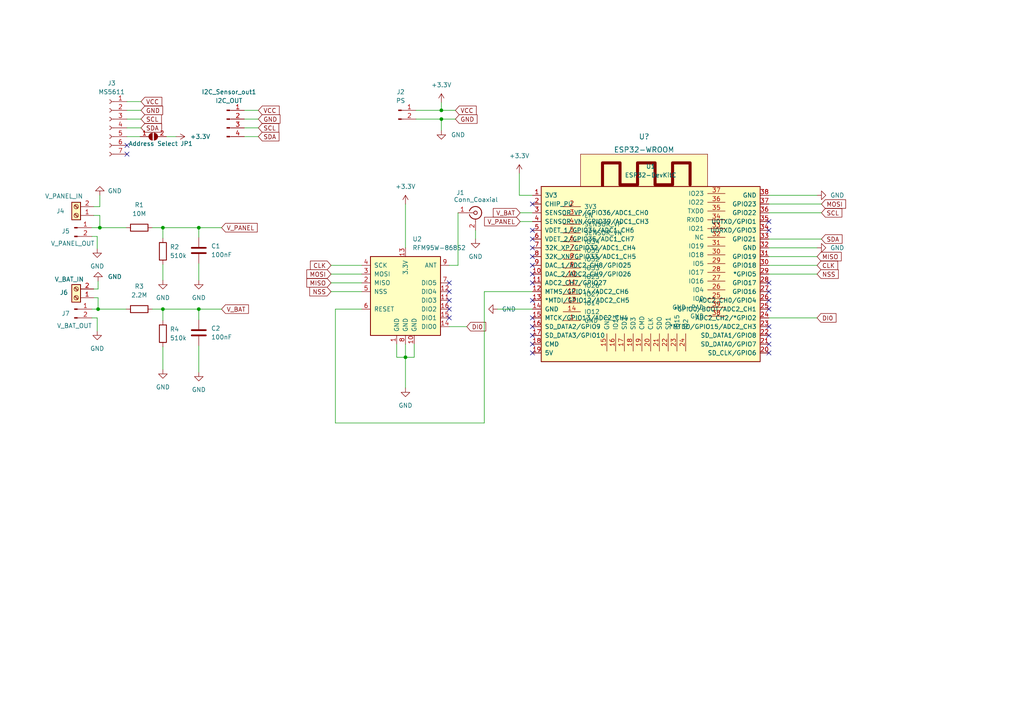
<source format=kicad_sch>
(kicad_sch (version 20211123) (generator eeschema)
  (paper "A4")
  (title_block (title "Ambiente Sensor") (date "2023-03-08") (rev "1.0"))
  (lib_symbols
    (symbol "Connector:Conn_01x02_Male" (pin_names (offset 1.016) hide)
      (property "Reference" "J" (at 0 2.54 0))
      (property "Value" "Conn_01x02_Male" (at 0 -5.08 0))
      (symbol "Conn_01x02_Male_1_1"
        (polyline (pts (xy 1.27 -2.54) (xy 0.8636 -2.54)) (stroke (width 0.1524)))
        (polyline (pts (xy 1.27 0) (xy 0.8636 0)) (stroke (width 0.1524)))
        (rectangle (start 0.8636 -2.413) (end 0 -2.667) (stroke (width 0.1524)) (fill (type outline)))
        (rectangle (start 0.8636 0.127) (end 0 -0.127) (stroke (width 0.1524)) (fill (type outline)))
        (pin passive line (at 5.08 0 180) (length 3.81) (name "Pin_1") (number "1"))
        (pin passive line (at 5.08 -2.54 180) (length 3.81) (name "Pin_2") (number "2"))
      )
    )
    (symbol "Connector:Conn_01x04_Male" (pin_names (offset 1.016) hide)
      (property "Reference" "J" (at 0 5.08 0))
      (property "Value" "Conn_01x04_Male" (at 0 -7.62 0))
      (symbol "Conn_01x04_Male_1_1"
        (polyline (pts (xy 1.27 -5.08) (xy 0.8636 -5.08)) (stroke (width 0.1524)))
        (polyline (pts (xy 1.27 -2.54) (xy 0.8636 -2.54)) (stroke (width 0.1524)))
        (polyline (pts (xy 1.27 0) (xy 0.8636 0)) (stroke (width 0.1524)))
        (polyline (pts (xy 1.27 2.54) (xy 0.8636 2.54)) (stroke (width 0.1524)))
        (rectangle (start 0.8636 -4.953) (end 0 -5.207) (stroke (width 0.1524)) (fill (type outline)))
        (rectangle (start 0.8636 -2.413) (end 0 -2.667) (stroke (width 0.1524)) (fill (type outline)))
        (rectangle (start 0.8636 0.127) (end 0 -0.127) (stroke (width 0.1524)) (fill (type outline)))
        (rectangle (start 0.8636 2.667) (end 0 2.413) (stroke (width 0.1524)) (fill (type outline)))
        (pin passive line (at 5.08 2.54 180) (length 3.81) (name "Pin_1") (number "1"))
        (pin passive line (at 5.08 0 180) (length 3.81) (name "Pin_2") (number "2"))
        (pin passive line (at 5.08 -2.54 180) (length 3.81) (name "Pin_3") (number "3"))
        (pin passive line (at 5.08 -5.08 180) (length 3.81) (name "Pin_4") (number "4"))
      )
    )
    (symbol "Connector:Conn_01x07_Female" (pin_names (offset 1.016) hide)
      (property "Reference" "J" (at 0 10.16 0))
      (property "Value" "Conn_01x07_Female" (at 0 -10.16 0))
      (symbol "Conn_01x07_Female_1_1"
        (arc (start 0 -7.112) (mid -0.508 -7.62) (end 0 -8.128) (stroke (width 0.1524)))
        (arc (start 0 -4.572) (mid -0.508 -5.08) (end 0 -5.588) (stroke (width 0.1524)))
        (arc (start 0 -2.032) (mid -0.508 -2.54) (end 0 -3.048) (stroke (width 0.1524)))
        (polyline (pts (xy -1.27 -7.62) (xy -0.508 -7.62)) (stroke (width 0.1524)))
        (polyline (pts (xy -1.27 -5.08) (xy -0.508 -5.08)) (stroke (width 0.1524)))
        (polyline (pts (xy -1.27 -2.54) (xy -0.508 -2.54)) (stroke (width 0.1524)))
        (polyline (pts (xy -1.27 0) (xy -0.508 0)) (stroke (width 0.1524)))
        (polyline (pts (xy -1.27 2.54) (xy -0.508 2.54)) (stroke (width 0.1524)))
        (polyline (pts (xy -1.27 5.08) (xy -0.508 5.08)) (stroke (width 0.1524)))
        (polyline (pts (xy -1.27 7.62) (xy -0.508 7.62)) (stroke (width 0.1524)))
        (arc (start 0 0.508) (mid -0.508 0) (end 0 -0.508) (stroke (width 0.1524)))
        (arc (start 0 3.048) (mid -0.508 2.54) (end 0 2.032) (stroke (width 0.1524)))
        (arc (start 0 5.588) (mid -0.508 5.08) (end 0 4.572) (stroke (width 0.1524)))
        (arc (start 0 8.128) (mid -0.508 7.62) (end 0 7.112) (stroke (width 0.1524)))
        (pin passive line (at -5.08 7.62 0) (length 3.81) (name "Pin_1") (number "1"))
        (pin passive line (at -5.08 5.08 0) (length 3.81) (name "Pin_2") (number "2"))
        (pin passive line (at -5.08 2.54 0) (length 3.81) (name "Pin_3") (number "3"))
        (pin passive line (at -5.08 0 0) (length 3.81) (name "Pin_4") (number "4"))
        (pin passive line (at -5.08 -2.54 0) (length 3.81) (name "Pin_5") (number "5"))
        (pin passive line (at -5.08 -5.08 0) (length 3.81) (name "Pin_6") (number "6"))
        (pin passive line (at -5.08 -7.62 0) (length 3.81) (name "Pin_7") (number "7"))
      )
    )
    (symbol "Connector:Conn_Coaxial" (pin_names (offset 1.016) hide)
      (property "Reference" "J" (at 0.254 3.048 0))
      (property "Value" "Conn_Coaxial" (at 2.921 0 90))
      (symbol "Conn_Coaxial_0_1"
        (arc (start -1.778 -0.508) (mid 0.222 -1.808) (end 1.778 0) (stroke (width 0.254)))
        (polyline (pts (xy -2.54 0) (xy -0.508 0)))
        (polyline (pts (xy 0 -2.54) (xy 0 -1.778)))
        (circle (center 0 0) (radius 0.508) (stroke (width 0.2032)))
        (arc (start 1.778 0) (mid 0.222 1.8083) (end -1.778 0.508) (stroke (width 0.254)))
      )
      (symbol "Conn_Coaxial_1_1"
        (pin passive line (at -5.08 0 0) (length 2.54) (name "In") (number "1"))
        (pin passive line (at 0 -5.08 90) (length 2.54) (name "Ext") (number "2"))
      )
    )
    (symbol "Connector:Screw_Terminal_01x02" (pin_names (offset 1.016) hide)
      (property "Reference" "J" (at 0 2.54 0))
      (property "Value" "Screw_Terminal_01x02" (at 0 -5.08 0))
      (symbol "Screw_Terminal_01x02_1_1"
        (rectangle (start -1.27 1.27) (end 1.27 -3.81) (stroke (width 0.254)) (fill (type background)))
        (circle (center 0 -2.54) (radius 0.635) (stroke (width 0.1524)))
        (polyline (pts (xy -0.5334 -2.2098) (xy 0.3302 -3.048)) (stroke (width 0.1524)))
        (polyline (pts (xy -0.5334 0.3302) (xy 0.3302 -0.508)) (stroke (width 0.1524)))
        (polyline (pts (xy -0.3556 -2.032) (xy 0.508 -2.8702)) (stroke (width 0.1524)))
        (polyline (pts (xy -0.3556 0.508) (xy 0.508 -0.3302)) (stroke (width 0.1524)))
        (circle (center 0 0) (radius 0.635) (stroke (width 0.1524)))
        (pin passive line (at -5.08 0 0) (length 3.81) (name "Pin_1") (number "1"))
        (pin passive line (at -5.08 -2.54 0) (length 3.81) (name "Pin_2") (number "2"))
      )
    )
    (symbol "Device:C" (pin_numbers hide) (pin_names (offset 0.254))
      (property "Reference" "C" (at 0.635 2.54 0))
      (property "Value" "C" (at 0.635 -2.54 0))
      (symbol "C_0_1"
        (polyline (pts (xy -2.032 -0.762) (xy 2.032 -0.762)) (stroke (width 0.508)))
        (polyline (pts (xy -2.032 0.762) (xy 2.032 0.762)) (stroke (width 0.508)))
      )
      (symbol "C_1_1"
        (pin passive line (at 0 3.81 270) (length 2.794) (name "~") (number "1"))
        (pin passive line (at 0 -3.81 90) (length 2.794) (name "~") (number "2"))
      )
    )
    (symbol "Device:R" (pin_numbers hide) (pin_names (offset 0))
      (property "Reference" "R" (at 2.032 0 90))
      (property "Value" "R" (at 0 0 90))
      (symbol "R_0_1"
        (rectangle (start -1.016 -2.54) (end 1.016 2.54) (stroke (width 0.254)))
      )
      (symbol "R_1_1"
        (pin passive line (at 0 3.81 270) (length 1.27) (name "~") (number "1"))
        (pin passive line (at 0 -3.81 90) (length 1.27) (name "~") (number "2"))
      )
    )
    (symbol "ESP32-footprints-Shem-Lib:ESP32-WROOM" (pin_names (offset 1.016))
      (property "Reference" "U" (at -17.78 31.75 0))
      (property "Value" "ESP32-WROOM" (at 12.7 31.75 0))
      (symbol "ESP32-WROOM_0_1"
        (rectangle (start -19.05 30.48) (end 17.78 -21.59) (fill (type background)))
        (polyline (pts (xy -12.7 16.51) (xy -12.7 27.94) (xy -7.62 27.94) (xy -7.62 21.59) (xy -2.54 21.59) (xy -2.54 27.94) (xy 2.54 27.94) (xy 2.54 21.59) (xy 7.62 21.59) (xy 7.62 27.94) (xy 12.7 27.94) (xy 12.7 21.59)) (stroke (width 0.889)))
      )
      (symbol "ESP32-WROOM_1_1"
        (pin input line (at -24.13 -17.78 0) (length 5.08) (name "GND") (number "1"))
        (pin input line (at -24.13 -5.08 0) (length 5.08) (name "IO25") (number "10"))
        (pin input line (at -24.13 -7.62 0) (length 5.08) (name "IO26") (number "11"))
        (pin input line (at -24.13 -10.16 0) (length 5.08) (name "IO27") (number "12"))
        (pin input line (at -24.13 -12.7 0) (length 5.08) (name "IO14") (number "13"))
        (pin input line (at -24.13 -15.24 0) (length 5.08) (name "IO12") (number "14"))
        (pin input line (at -11.43 -26.67 90) (length 5.08) (name "GND") (number "15"))
        (pin input line (at -8.89 -26.67 90) (length 5.08) (name "IO13") (number "16"))
        (pin input line (at -6.35 -26.67 90) (length 5.08) (name "SD2") (number "17"))
        (pin input line (at -3.81 -26.67 90) (length 5.08) (name "SD3") (number "18"))
        (pin input line (at -1.27 -26.67 90) (length 5.08) (name "CMD") (number "19"))
        (pin input line (at -24.13 15.24 0) (length 5.08) (name "3V3") (number "2"))
        (pin input line (at 1.27 -26.67 90) (length 5.08) (name "CLK") (number "20"))
        (pin input line (at 3.81 -26.67 90) (length 5.08) (name "SDO") (number "21"))
        (pin input line (at 6.35 -26.67 90) (length 5.08) (name "SD1") (number "22"))
        (pin input line (at 8.89 -26.67 90) (length 5.08) (name "IO15") (number "23"))
        (pin input line (at 11.43 -26.67 90) (length 5.08) (name "IO2") (number "24"))
        (pin input line (at 22.86 -11.43 180) (length 5.08) (name "IO0") (number "25"))
        (pin input line (at 22.86 -8.89 180) (length 5.08) (name "IO4") (number "26"))
        (pin input line (at 22.86 -6.35 180) (length 5.08) (name "IO16") (number "27"))
        (pin input line (at 22.86 -3.81 180) (length 5.08) (name "IO17") (number "28"))
        (pin input line (at 22.86 -1.27 180) (length 5.08) (name "IO5") (number "29"))
        (pin input line (at -24.13 12.7 0) (length 5.08) (name "EN") (number "3"))
        (pin input line (at 22.86 1.27 180) (length 5.08) (name "IO18") (number "30"))
        (pin input line (at 22.86 3.81 180) (length 5.08) (name "IO19") (number "31"))
        (pin input line (at 22.86 6.35 180) (length 5.08) (name "NC") (number "32"))
        (pin input line (at 22.86 8.89 180) (length 5.08) (name "IO21") (number "33"))
        (pin input line (at 22.86 11.43 180) (length 5.08) (name "RXD0") (number "34"))
        (pin input line (at 22.86 13.97 180) (length 5.08) (name "TXD0") (number "35"))
        (pin input line (at 22.86 16.51 180) (length 5.08) (name "IO22") (number "36"))
        (pin input line (at 22.86 19.05 180) (length 5.08) (name "IO23") (number "37"))
        (pin input line (at 22.86 -16.51 180) (length 5.08) (name "GND") (number "38"))
        (pin input line (at 22.86 -13.97 180) (length 5.08) (name "GND-PAD") (number "39"))
        (pin input line (at -24.13 10.16 0) (length 5.08) (name "SENSOR_VP") (number "4"))
        (pin input line (at -24.13 7.62 0) (length 5.08) (name "SENSOR_VN") (number "5"))
        (pin input line (at -24.13 5.08 0) (length 5.08) (name "IO34") (number "6"))
        (pin input line (at -24.13 2.54 0) (length 5.08) (name "IO35") (number "7"))
        (pin input line (at -24.13 0 0) (length 5.08) (name "IO32") (number "8"))
        (pin input line (at -24.13 -2.54 0) (length 5.08) (name "IO33") (number "9"))
      )
    )
    (symbol "Espressif:ESP32-DevKitC" (pin_names (offset 1.016))
      (property "Reference" "U" (at -30.48 30.48 0))
      (property "Value" "ESP32-DevKitC" (at -30.48 27.94 0))
      (symbol "ESP32-DevKitC_0_0"
        (pin power_in line (at -33.02 -10.16 0) (length 2.54) (name "GND") (number "14"))
        (pin power_in line (at -33.02 -22.86 0) (length 2.54) (name "5V") (number "19"))
      )
      (symbol "ESP32-DevKitC_0_1"
        (rectangle (start -30.48 25.4) (end 33.02 -25.4) (stroke (width 0.254)) (fill (type background)))
      )
      (symbol "ESP32-DevKitC_1_1"
        (pin power_in line (at -33.02 22.86 0) (length 2.54) (name "3V3") (number "1"))
        (pin bidirectional line (at -33.02 0 0) (length 2.54) (name "DAC_2/ADC2_CH9/GPIO26") (number "10"))
        (pin bidirectional line (at -33.02 -2.54 0) (length 2.54) (name "ADC2_CH7/GPIO27") (number "11"))
        (pin bidirectional line (at -33.02 -5.08 0) (length 2.54) (name "MTMS/GPIO14/ADC2_CH6") (number "12"))
        (pin bidirectional line (at -33.02 -7.62 0) (length 2.54) (name "*MTDI/GPIO12/ADC2_CH5") (number "13"))
        (pin bidirectional line (at -33.02 -12.7 0) (length 2.54) (name "MTCK/GPIO13/ADC2_CH4") (number "15"))
        (pin bidirectional line (at -33.02 -15.24 0) (length 2.54) (name "SD_DATA2/GPIO9") (number "16"))
        (pin bidirectional line (at -33.02 -17.78 0) (length 2.54) (name "SD_DATA3/GPIO10") (number "17"))
        (pin bidirectional line (at -33.02 -20.32 0) (length 2.54) (name "CMD") (number "18"))
        (pin input line (at -33.02 20.32 0) (length 2.54) (name "CHIP_PU") (number "2"))
        (pin bidirectional line (at 35.56 -22.86 180) (length 2.54) (name "SD_CLK/GPIO6") (number "20"))
        (pin bidirectional line (at 35.56 -20.32 180) (length 2.54) (name "SD_DATA0/GPIO7") (number "21"))
        (pin bidirectional line (at 35.56 -17.78 180) (length 2.54) (name "SD_DATA1/GPIO8") (number "22"))
        (pin bidirectional line (at 35.56 -15.24 180) (length 2.54) (name "*MTDO/GPIO15/ADC2_CH3") (number "23"))
        (pin bidirectional line (at 35.56 -12.7 180) (length 2.54) (name "ADC2_CH2/*GPIO2") (number "24"))
        (pin bidirectional line (at 35.56 -10.16 180) (length 2.54) (name "*GPIO0/BOOT/ADC2_CH1") (number "25"))
        (pin bidirectional line (at 35.56 -7.62 180) (length 2.54) (name "ADC2_CH0/GPIO4") (number "26"))
        (pin bidirectional line (at 35.56 -5.08 180) (length 2.54) (name "GPIO16") (number "27"))
        (pin bidirectional line (at 35.56 -2.54 180) (length 2.54) (name "GPIO17") (number "28"))
        (pin bidirectional line (at 35.56 0 180) (length 2.54) (name "*GPIO5") (number "29"))
        (pin input line (at -33.02 17.78 0) (length 2.54) (name "SENSOR_VP/GPIO36/ADC1_CH0") (number "3"))
        (pin bidirectional line (at 35.56 2.54 180) (length 2.54) (name "GPIO18") (number "30"))
        (pin bidirectional line (at 35.56 5.08 180) (length 2.54) (name "GPIO19") (number "31"))
        (pin power_in line (at 35.56 7.62 180) (length 2.54) (name "GND") (number "32"))
        (pin bidirectional line (at 35.56 10.16 180) (length 2.54) (name "GPIO21") (number "33"))
        (pin bidirectional line (at 35.56 12.7 180) (length 2.54) (name "U0RXD/GPIO3") (number "34"))
        (pin bidirectional line (at 35.56 15.24 180) (length 2.54) (name "U0TXD/GPIO1") (number "35"))
        (pin bidirectional line (at 35.56 17.78 180) (length 2.54) (name "GPIO22") (number "36"))
        (pin bidirectional line (at 35.56 20.32 180) (length 2.54) (name "GPIO23") (number "37"))
        (pin power_in line (at 35.56 22.86 180) (length 2.54) (name "GND") (number "38"))
        (pin input line (at -33.02 15.24 0) (length 2.54) (name "SENSOR_VN/GPIO39/ADC1_CH3") (number "4"))
        (pin input line (at -33.02 12.7 0) (length 2.54) (name "VDET_1/GPIO34/ADC1_CH6") (number "5"))
        (pin input line (at -33.02 10.16 0) (length 2.54) (name "VDET_2/GPIO35/ADC1_CH7") (number "6"))
        (pin bidirectional line (at -33.02 7.62 0) (length 2.54) (name "32K_XP/GPIO32/ADC1_CH4") (number "7"))
        (pin bidirectional line (at -33.02 5.08 0) (length 2.54) (name "32K_XN/GPIO33/ADC1_CH5") (number "8"))
        (pin bidirectional line (at -33.02 2.54 0) (length 2.54) (name "DAC_1/ADC2_CH8/GPIO25") (number "9"))
      )
    )
    (symbol "Jumper:SolderJumper_2_Open" (pin_names (offset 0) hide)
      (property "Reference" "JP" (at 0 2.032 0))
      (property "Value" "SolderJumper_2_Open" (at 0 -2.54 0))
      (symbol "SolderJumper_2_Open_0_1"
        (arc (start -0.254 1.016) (mid -1.27 0) (end -0.254 -1.016))
        (arc (start -0.254 1.016) (mid -1.27 0) (end -0.254 -1.016) (fill (type outline)))
        (polyline (pts (xy -0.254 1.016) (xy -0.254 -1.016)))
        (polyline (pts (xy 0.254 1.016) (xy 0.254 -1.016)))
        (arc (start 0.254 -1.016) (mid 1.27 0) (end 0.254 1.016))
        (arc (start 0.254 -1.016) (mid 1.27 0) (end 0.254 1.016) (fill (type outline)))
      )
      (symbol "SolderJumper_2_Open_1_1"
        (pin passive line (at -3.81 0 0) (length 2.54) (name "A") (number "1"))
        (pin passive line (at 3.81 0 180) (length 2.54) (name "B") (number "2"))
      )
    )
    (symbol "RF_Module:RFM95W-868S2" (pin_names (offset 1.016))
      (property "Reference" "U" (at -10.414 11.684 0))
      (property "Value" "RFM95W-868S2" (at 1.524 11.43 0))
      (symbol "RFM95W-868S2_0_1"
        (rectangle (start -10.16 10.16) (end 10.16 -12.7) (stroke (width 0.254)) (fill (type background)))
      )
      (symbol "RFM95W-868S2_1_1"
        (pin power_in line (at -2.54 -15.24 90) (length 2.54) (name "GND") (number "1"))
        (pin power_in line (at 2.54 -15.24 90) (length 2.54) (name "GND") (number "10"))
        (pin bidirectional line (at 12.7 -2.54 180) (length 2.54) (name "DIO3") (number "11"))
        (pin bidirectional line (at 12.7 0 180) (length 2.54) (name "DIO4") (number "12"))
        (pin power_in line (at 0 12.7 270) (length 2.54) (name "3.3V") (number "13"))
        (pin bidirectional line (at 12.7 -10.16 180) (length 2.54) (name "DIO0") (number "14"))
        (pin bidirectional line (at 12.7 -7.62 180) (length 2.54) (name "DIO1") (number "15"))
        (pin bidirectional line (at 12.7 -5.08 180) (length 2.54) (name "DIO2") (number "16"))
        (pin output line (at -12.7 2.54 0) (length 2.54) (name "MISO") (number "2"))
        (pin input line (at -12.7 5.08 0) (length 2.54) (name "MOSI") (number "3"))
        (pin input line (at -12.7 7.62 0) (length 2.54) (name "SCK") (number "4"))
        (pin input line (at -12.7 0 0) (length 2.54) (name "NSS") (number "5"))
        (pin bidirectional line (at -12.7 -5.08 0) (length 2.54) (name "RESET") (number "6"))
        (pin bidirectional line (at 12.7 2.54 180) (length 2.54) (name "DIO5") (number "7"))
        (pin power_in line (at 0 -15.24 90) (length 2.54) (name "GND") (number "8"))
        (pin bidirectional line (at 12.7 7.62 180) (length 2.54) (name "ANT") (number "9"))
      )
    )
    (symbol "power:+3.3V" (power) (pin_names (offset 0))
      (property "Value" "+3.3V" (at 0 3.556 0))
      (symbol "+3.3V_0_1"
        (polyline (pts (xy -0.762 1.27) (xy 0 2.54)))
        (polyline (pts (xy 0 0) (xy 0 2.54)))
        (polyline (pts (xy 0 2.54) (xy 0.762 1.27)))
      )
      (symbol "+3.3V_1_1"
        (pin power_in line (at 0 0 90) (length 0) hide (name "+3.3V") (number "1"))
      )
    )
    (symbol "power:GND" (power) (pin_names (offset 0))
      (property "Value" "GND" (at 0 -3.81 0))
      (symbol "GND_0_1"
        (polyline (pts (xy 0 0) (xy 0 -1.27) (xy 1.27 -1.27) (xy 0 -2.54) (xy -1.27 -1.27) (xy 0 -1.27)))
      )
      (symbol "GND_1_1"
        (pin power_in line (at 0 0 270) (length 0) hide (name "GND") (number "1"))
      )
    )
  )
  (junction (at 128.016 34.544))
  (junction (at 57.658 89.662))
  (junction (at 57.658 66.04))
  (junction (at 117.602 103.632))
  (junction (at 28.956 66.04))
  (junction (at 47.244 66.04))
  (junction (at 28.448 89.662))
  (junction (at 128.016 32.004))
  (junction (at 47.244 89.662))
  (no_connect (at 130.302 82.042))
  (no_connect (at 130.302 84.582))
  (no_connect (at 130.302 87.122))
  (no_connect (at 130.302 89.662))
  (no_connect (at 130.302 92.202))
  (no_connect (at 154.432 66.802))
  (no_connect (at 154.432 69.342))
  (no_connect (at 154.432 87.122))
  (no_connect (at 154.432 71.882))
  (no_connect (at 154.432 74.422))
  (no_connect (at 154.432 76.962))
  (no_connect (at 154.432 79.502))
  (no_connect (at 154.432 82.042))
  (no_connect (at 36.83 44.704))
  (no_connect (at 36.83 42.164))
  (no_connect (at 223.012 64.262))
  (no_connect (at 223.012 66.802))
  (no_connect (at 223.012 82.042))
  (no_connect (at 223.012 84.582))
  (no_connect (at 223.012 87.122))
  (no_connect (at 223.012 89.662))
  (no_connect (at 223.012 102.362))
  (no_connect (at 223.012 97.282))
  (no_connect (at 223.012 99.822))
  (no_connect (at 223.012 94.742))
  (no_connect (at 154.432 99.822))
  (no_connect (at 154.432 102.362))
  (no_connect (at 154.432 97.282))
  (no_connect (at 154.432 94.742))
  (no_connect (at 154.432 92.202))
  (no_connect (at 154.432 59.182))
  (wire (pts (xy 57.658 66.04) (xy 47.244 66.04)))
  (wire (pts (xy 140.462 84.582) (xy 154.432 84.582)))
  (wire (pts (xy 27.178 83.82) (xy 28.448 83.82)))
  (wire (pts (xy 117.602 103.632) (xy 117.602 112.522)))
  (wire (pts (xy 27.178 62.484) (xy 28.956 62.484)))
  (wire (pts (xy 47.244 89.662) (xy 47.244 92.964)))
  (wire (pts (xy 57.658 92.71) (xy 57.658 89.662)))
  (wire (pts (xy 117.602 59.182) (xy 117.602 71.882)))
  (wire (pts (xy 96.012 82.042) (xy 104.902 82.042)))
  (wire (pts (xy 57.658 76.454) (xy 57.658 81.28)))
  (wire (pts (xy 120.142 99.822) (xy 120.142 103.632)))
  (wire (pts (xy 137.922 66.802) (xy 137.922 69.342)))
  (wire (pts (xy 97.282 122.682) (xy 97.282 89.662)))
  (wire (pts (xy 57.658 89.662) (xy 64.262 89.662)))
  (wire (pts (xy 96.012 79.502) (xy 104.902 79.502)))
  (wire (pts (xy 150.622 50.292) (xy 150.622 56.642)))
  (wire (pts (xy 223.012 69.342) (xy 238.252 69.342)))
  (wire (pts (xy 223.012 76.962) (xy 236.982 76.962)))
  (wire (pts (xy 96.012 76.962) (xy 104.902 76.962)))
  (wire (pts (xy 140.462 122.682) (xy 97.282 122.682)))
  (wire (pts (xy 36.83 37.084) (xy 40.894 37.084)))
  (wire (pts (xy 223.012 79.502) (xy 236.982 79.502)))
  (wire (pts (xy 150.876 61.722) (xy 154.432 61.722)))
  (wire (pts (xy 26.67 89.662) (xy 28.448 89.662)))
  (wire (pts (xy 47.244 66.04) (xy 47.244 69.088)))
  (wire (pts (xy 115.062 99.822) (xy 115.062 103.632)))
  (wire (pts (xy 27.178 86.36) (xy 28.448 86.36)))
  (wire (pts (xy 26.67 66.04) (xy 28.956 66.04)))
  (wire (pts (xy 70.866 34.544) (xy 74.93 34.544)))
  (wire (pts (xy 128.016 34.544) (xy 128.016 37.846)))
  (wire (pts (xy 223.012 59.182) (xy 238.252 59.182)))
  (wire (pts (xy 150.622 56.642) (xy 154.432 56.642)))
  (wire (pts (xy 44.196 89.662) (xy 47.244 89.662)))
  (wire (pts (xy 27.178 59.944) (xy 28.956 59.944)))
  (wire (pts (xy 130.302 94.742) (xy 135.382 94.742)))
  (wire (pts (xy 28.448 83.82) (xy 28.448 81.534)))
  (wire (pts (xy 57.658 89.662) (xy 47.244 89.662)))
  (wire (pts (xy 36.83 32.004) (xy 40.894 32.004)))
  (wire (pts (xy 26.67 92.202) (xy 28.194 92.202)))
  (wire (pts (xy 28.956 66.04) (xy 36.576 66.04)))
  (wire (pts (xy 28.956 62.484) (xy 28.956 66.04)))
  (wire (pts (xy 150.876 64.262) (xy 154.432 64.262)))
  (wire (pts (xy 115.062 103.632) (xy 117.602 103.632)))
  (wire (pts (xy 44.196 66.04) (xy 47.244 66.04)))
  (wire (pts (xy 223.012 61.722) (xy 238.252 61.722)))
  (wire (pts (xy 28.194 92.202) (xy 28.194 96.012)))
  (wire (pts (xy 128.016 32.004) (xy 132.08 32.004)))
  (wire (pts (xy 28.194 68.58) (xy 28.194 72.136)))
  (wire (pts (xy 132.842 61.722) (xy 132.842 76.962)))
  (wire (pts (xy 28.448 89.662) (xy 36.576 89.662)))
  (wire (pts (xy 128.016 34.544) (xy 132.08 34.544)))
  (wire (pts (xy 120.65 34.544) (xy 128.016 34.544)))
  (wire (pts (xy 57.658 68.834) (xy 57.658 66.04)))
  (wire (pts (xy 104.902 89.662) (xy 97.282 89.662)))
  (wire (pts (xy 223.012 56.642) (xy 236.982 56.642)))
  (wire (pts (xy 223.012 92.202) (xy 236.982 92.202)))
  (wire (pts (xy 140.462 122.682) (xy 140.462 84.582)))
  (wire (pts (xy 28.448 86.36) (xy 28.448 89.662)))
  (wire (pts (xy 57.658 100.33) (xy 57.658 107.95)))
  (wire (pts (xy 48.26 39.624) (xy 51.054 39.624)))
  (wire (pts (xy 70.866 39.624) (xy 74.93 39.624)))
  (wire (pts (xy 36.83 34.544) (xy 40.894 34.544)))
  (wire (pts (xy 117.602 99.822) (xy 117.602 103.632)))
  (wire (pts (xy 57.658 66.04) (xy 64.262 66.04)))
  (wire (pts (xy 223.012 71.882) (xy 236.982 71.882)))
  (wire (pts (xy 120.65 32.004) (xy 128.016 32.004)))
  (wire (pts (xy 96.012 84.582) (xy 104.902 84.582)))
  (wire (pts (xy 117.602 103.632) (xy 120.142 103.632)))
  (wire (pts (xy 28.956 56.642) (xy 28.956 59.944)))
  (wire (pts (xy 36.83 39.624) (xy 40.64 39.624)))
  (wire (pts (xy 132.842 76.962) (xy 130.302 76.962)))
  (wire (pts (xy 70.866 32.004) (xy 74.93 32.004)))
  (wire (pts (xy 26.67 68.58) (xy 28.194 68.58)))
  (wire (pts (xy 47.244 76.708) (xy 47.244 81.28)))
  (wire (pts (xy 128.016 32.004) (xy 128.016 29.718)))
  (wire (pts (xy 47.244 100.584) (xy 47.244 107.188)))
  (wire (pts (xy 36.83 29.464) (xy 40.894 29.464)))
  (wire (pts (xy 223.012 74.422) (xy 236.982 74.422)))
  (wire (pts (xy 70.866 37.084) (xy 74.93 37.084)))
  (wire (pts (xy 144.272 89.662) (xy 154.432 89.662)))
  (global_label "MOSI" (shape input) (at 238.252 59.182 0) (property "Referenzen zwischen Schaltplänen" "${INTERSHEET_REFS}" (effects hide)))
  (global_label "MISO" (shape input) (at 236.982 74.422 0) (property "Referenzen zwischen Schaltplänen" "${INTERSHEET_REFS}" (effects hide)))
  (global_label "GND" (shape input) (at 74.93 34.544 0) (property "Referenzen zwischen Schaltplänen" "${INTERSHEET_REFS}" (effects hide)))
  (global_label "SCL" (shape input) (at 40.894 34.544 0) (property "Referenzen zwischen Schaltplänen" "${INTERSHEET_REFS}" (effects hide)))
  (global_label "GND" (shape input) (at 132.08 34.544 0) (property "Referenzen zwischen Schaltplänen" "${INTERSHEET_REFS}" (effects hide)))
  (global_label "MOSI" (shape input) (at 96.012 79.502 180) (property "Referenzen zwischen Schaltplänen" "${INTERSHEET_REFS}" (effects hide)))
  (global_label "VCC" (shape input) (at 74.93 32.004 0) (property "Referenzen zwischen Schaltplänen" "${INTERSHEET_REFS}" (effects hide)))
  (global_label "DI0" (shape input) (at 135.382 94.742 0) (property "Referenzen zwischen Schaltplänen" "${INTERSHEET_REFS}" (effects hide)))
  (global_label "VCC" (shape input) (at 132.08 32.004 0) (property "Referenzen zwischen Schaltplänen" "${INTERSHEET_REFS}" (effects hide)))
  (global_label "V_BAT" (shape input) (at 64.262 89.662 0) (property "Referenzen zwischen Schaltplänen" "${INTERSHEET_REFS}" (effects hide)))
  (global_label "SCL" (shape input) (at 74.93 37.084 0) (property "Referenzen zwischen Schaltplänen" "${INTERSHEET_REFS}" (effects hide)))
  (global_label "SCL" (shape input) (at 238.252 61.722 0) (property "Referenzen zwischen Schaltplänen" "${INTERSHEET_REFS}" (effects hide)))
  (global_label "GND" (shape input) (at 40.894 32.004 0) (property "Referenzen zwischen Schaltplänen" "${INTERSHEET_REFS}" (effects hide)))
  (global_label "CLK" (shape input) (at 96.012 76.962 180) (property "Referenzen zwischen Schaltplänen" "${INTERSHEET_REFS}" (effects hide)))
  (global_label "CLK" (shape input) (at 236.982 76.962 0) (property "Referenzen zwischen Schaltplänen" "${INTERSHEET_REFS}" (effects hide)))
  (global_label "MISO" (shape input) (at 96.012 82.042 180) (property "Referenzen zwischen Schaltplänen" "${INTERSHEET_REFS}" (effects hide)))
  (global_label "NSS" (shape input) (at 96.012 84.582 180) (property "Referenzen zwischen Schaltplänen" "${INTERSHEET_REFS}" (effects hide)))
  (global_label "VCC" (shape input) (at 40.894 29.464 0) (property "Referenzen zwischen Schaltplänen" "${INTERSHEET_REFS}" (effects hide)))
  (global_label "DI0" (shape input) (at 236.982 92.202 0) (property "Referenzen zwischen Schaltplänen" "${INTERSHEET_REFS}" (effects hide)))
  (global_label "SDA" (shape input) (at 40.894 37.084 0) (property "Referenzen zwischen Schaltplänen" "${INTERSHEET_REFS}" (effects hide)))
  (global_label "V_PANEL" (shape input) (at 150.876 64.262 180) (property "Referenzen zwischen Schaltplänen" "${INTERSHEET_REFS}" (effects hide)))
  (global_label "SDA" (shape input) (at 74.93 39.624 0) (property "Referenzen zwischen Schaltplänen" "${INTERSHEET_REFS}" (effects hide)))
  (global_label "V_BAT" (shape input) (at 150.876 61.722 180) (property "Referenzen zwischen Schaltplänen" "${INTERSHEET_REFS}" (effects hide)))
  (global_label "V_PANEL" (shape input) (at 64.262 66.04 0) (property "Referenzen zwischen Schaltplänen" "${INTERSHEET_REFS}" (effects hide)))
  (global_label "NSS" (shape input) (at 236.982 79.502 0) (property "Referenzen zwischen Schaltplänen" "${INTERSHEET_REFS}" (effects hide)))
  (global_label "SDA" (shape input) (at 238.252 69.342 0) (property "Referenzen zwischen Schaltplänen" "${INTERSHEET_REFS}" (effects hide)))
  (symbol (lib_id "power:GND") (at 128.016 37.846 0) (unit 1)
    (property "Reference" "#PWR09" (effects hide))
    (property "Value" "GND" (at 130.81 39.1159 0) (effects (justify left)))
  )
  (symbol (lib_id "power:GND") (at 47.244 81.28 0) (unit 1)
    (property "Reference" "#PWR013" (effects hide))
    (property "Value" "GND" (at 47.244 86.36 0))
  )
  (symbol (lib_id "Connector:Conn_01x07_Female") (at 31.75 37.084 0) (mirror y) (unit 1)
    (property "Reference" "J3" (at 32.385 24.13 0))
    (property "Value" "MS5611" (at 32.385 26.67 0))
    (property "Footprint" "Connector_PinHeader_2.54mm:PinHeader_1x07_P2.54mm_Vertical" (effects hide))
  )
  (symbol (lib_id "Device:C") (at 57.658 96.52 0) (unit 1)
    (property "Reference" "C2" (at 61.214 95.2499 0) (effects (justify left)))
    (property "Value" "100nF" (at 61.214 97.7899 0) (effects (justify left)))
    (property "Footprint" "Capacitor_THT:C_Disc_D3.0mm_W1.6mm_P2.50mm" (effects hide))
  )
  (symbol (lib_id "power:GND") (at 137.922 69.342 0) (unit 1)
    (property "Reference" "#PWR04" (effects hide))
    (property "Value" "GND" (at 137.922 74.422 0))
  )
  (symbol (lib_id "power:+3.3V") (at 51.054 39.624 270) (unit 1)
    (property "Reference" "#PWR010" (effects hide))
    (property "Value" "+3.3V" (at 55.118 39.6239 90) (effects (justify left)))
  )
  (symbol (lib_id "Connector:Conn_01x02_Male") (at 21.59 66.04 0) (unit 1)
    (property "Reference" "J5" (at 19.05 67.056 0))
    (property "Value" "V_PANEL_OUT" (at 21.082 70.612 0))
    (property "Footprint" "Connector_PinHeader_2.54mm:PinHeader_1x02_P2.54mm_Vertical" (effects hide))
  )
  (symbol (lib_id "power:+3.3V") (at 150.622 50.292 0) (unit 1)
    (property "Reference" "#PWR01" (effects hide))
    (property "Value" "+3.3V" (at 150.622 45.212 0))
  )
  (symbol (lib_id "Device:R") (at 47.244 96.774 0) (unit 1)
    (property "Reference" "R4" (at 49.276 95.5039 0) (effects (justify left)))
    (property "Value" "510k" (at 49.276 98.0439 0) (effects (justify left)))
    (property "Footprint" "Resistor_THT:R_Axial_DIN0204_L3.6mm_D1.6mm_P5.08mm_Horizontal" (effects hide))
  )
  (symbol (lib_id "power:GND") (at 144.272 89.662 270) (unit 1)
    (property "Reference" "#PWR06" (effects hide))
    (property "Value" "GND" (at 145.542 89.6619 90) (effects (justify left)))
  )
  (symbol (lib_id "Connector:Screw_Terminal_01x02") (at 22.098 86.36 180) (unit 1)
    (property "Reference" "J6" (at 18.542 84.836 0))
    (property "Value" "V_BAT_IN" (at 20.066 81.026 0))
    (property "Footprint" "TerminalBlock_RND:TerminalBlock_RND_205-00012_1x02_P5.00mm_Horizontal" (effects hide))
  )
  (symbol (lib_id "power:GND") (at 57.658 107.95 0) (unit 1)
    (property "Reference" "#PWR018" (effects hide))
    (property "Value" "GND" (at 57.658 113.03 0))
  )
  (symbol (lib_id "Connector:Conn_01x02_Male") (at 21.59 89.662 0) (unit 1)
    (property "Reference" "J7" (at 19.05 90.932 0))
    (property "Value" "V_BAT_OUT" (at 21.59 94.488 0))
    (property "Footprint" "Connector_PinHeader_2.54mm:PinHeader_1x02_P2.54mm_Vertical" (effects hide))
  )
  (symbol (lib_id "Device:C") (at 57.658 72.644 0) (unit 1)
    (property "Reference" "C1" (at 61.214 71.3739 0) (effects (justify left)))
    (property "Value" "100nF" (at 61.214 73.9139 0) (effects (justify left)))
    (property "Footprint" "Capacitor_THT:C_Disc_D3.0mm_W1.6mm_P2.50mm" (effects hide))
  )
  (symbol (lib_id "power:GND") (at 28.194 72.136 0) (unit 1)
    (property "Reference" "#PWR012" (effects hide))
    (property "Value" "GND" (at 28.194 77.216 0))
  )
  (symbol (lib_id "power:GND") (at 28.448 81.534 180) (unit 1)
    (property "Reference" "#PWR015" (effects hide))
    (property "Value" "GND" (at 31.242 80.2639 0) (effects (justify right)))
  )
  (symbol (lib_id "Connector:Screw_Terminal_01x02") (at 22.098 62.484 180) (unit 1)
    (property "Reference" "J4" (at 17.526 61.214 0))
    (property "Value" "V_PANEL_IN" (at 18.542 56.896 0))
    (property "Footprint" "TerminalBlock_RND:TerminalBlock_RND_205-00012_1x02_P5.00mm_Horizontal" (effects hide))
  )
  (symbol (lib_id "power:GND") (at 236.982 56.642 90) (unit 1)
    (property "Reference" "#PWR02" (effects hide))
    (property "Value" "GND" (at 240.792 56.6419 90) (effects (justify right)))
  )
  (symbol (lib_id "power:GND") (at 28.956 56.642 180) (unit 1)
    (property "Reference" "#PWR011" (effects hide))
    (property "Value" "GND" (at 31.242 55.3719 0) (effects (justify right)))
  )
  (symbol (lib_id "Device:R") (at 40.386 66.04 90) (unit 1)
    (property "Reference" "R1" (at 40.386 59.436 90))
    (property "Value" "10M" (at 40.386 61.976 90))
    (property "Footprint" "Resistor_THT:R_Axial_DIN0204_L3.6mm_D1.6mm_P5.08mm_Horizontal" (effects hide))
  )
  (symbol (lib_id "power:+3.3V") (at 117.602 59.182 0) (unit 1)
    (property "Reference" "#PWR03" (effects hide))
    (property "Value" "+3.3V" (at 117.602 54.102 0))
  )
  (symbol (lib_id "Connector:Conn_01x04_Male") (at 65.786 34.544 0) (unit 1)
    (property "Reference" "I2C_Sensor_out1" (at 66.421 26.67 0))
    (property "Value" "I2C_OUT" (at 66.421 29.21 0))
    (property "Footprint" "Connector_JST:JST_XH_B4B-XH-AM_1x04_P2.50mm_Vertical" (effects hide))
  )
  (symbol (lib_id "Connector:Conn_Coaxial") (at 137.922 61.722 0) (unit 1)
    (property "Reference" "J1" (at 132.334 55.88 0) (effects (justify left)))
    (property "Value" "Conn_Coaxial" (at 131.572 57.912 0) (effects (justify left)))
    (property "Footprint" "Connector_Coaxial:SMA_Amphenol_132203-12_Horizontal" (effects hide))
    (property "Datasheet" " ~" (effects hide))
  )
  (symbol (lib_id "power:GND") (at 117.602 112.522 0) (unit 1)
    (property "Reference" "#PWR07" (effects hide))
    (property "Value" "GND" (at 117.602 117.602 0))
  )
  (symbol (lib_id "power:GND") (at 47.244 107.188 0) (unit 1)
    (property "Reference" "#PWR017" (effects hide))
    (property "Value" "GND" (at 47.244 112.268 0))
  )
  (symbol (lib_id "RF_Module:RFM95W-868S2") (at 117.602 84.582 0) (unit 1)
    (property "Reference" "U2" (at 119.6214 69.342 0) (effects (justify left)))
    (property "Value" "RFM95W-868S2" (at 119.6214 71.882 0) (effects (justify left)))
    (property "Footprint" "RF_Module:HOPERF_RFM9XW_THT" (effects hide))
    (property "Datasheet" "https://www.hoperf.com/data/upload/portal/20181127/5bfcbea20e9ef.pdf" (effects hide))
  )
  (symbol (lib_id "Device:R") (at 47.244 72.898 0) (unit 1)
    (property "Reference" "R2" (at 49.276 71.6279 0) (effects (justify left)))
    (property "Value" "510k" (at 49.276 74.1679 0) (effects (justify left)))
    (property "Footprint" "Resistor_THT:R_Axial_DIN0204_L3.6mm_D1.6mm_P5.08mm_Horizontal" (effects hide))
  )
  (symbol (lib_id "power:+3.3V") (at 128.016 29.718 0) (unit 1)
    (property "Reference" "#PWR08" (effects hide))
    (property "Value" "+3.3V" (at 128.016 24.638 0))
  )
  (symbol (lib_id "power:GND") (at 28.194 96.012 0) (unit 1)
    (property "Reference" "#PWR016" (effects hide))
    (property "Value" "GND" (at 28.194 101.092 0))
  )
  (symbol (lib_id "power:GND") (at 57.658 81.28 0) (unit 1)
    (property "Reference" "#PWR014" (effects hide))
    (property "Value" "GND" (at 57.658 86.36 0))
  )
  (symbol (lib_id "Espressif:ESP32-DevKitC") (at 187.452 79.502 0) (unit 1)
    (property "Reference" "U1" (at 188.722 48.26 0))
    (property "Value" "ESP32-DevKitC" (at 188.722 50.8 0))
    (property "Footprint" "ESP32-DEVKITC-32D:MODULE_ESP32-DEVKITC-32D" (effects hide))
    (property "Datasheet" "https://docs.espressif.com/projects/esp-idf/zh_CN/latest/esp32/hw-reference/esp32/get-started-devkitc.html" (effects hide))
  )
  (symbol (lib_id "Jumper:SolderJumper_2_Open") (at 44.45 39.624 0) (unit 1)
    (property "Reference" "JP1" (at 54.102 41.656 0))
    (property "Value" "Address Select" (at 44.45 41.656 0))
    (property "Footprint" "Jumper:SolderJumper-2_P1.3mm_Open_RoundedPad1.0x1.5mm" (effects hide))
  )
  (symbol (lib_id "ESP32-footprints-Shem-Lib:ESP32-WROOM") (at 187.452 75.184 0) (unit 1)
    (property "Reference" "U?" (at 186.817 39.624 0) (effects (font (size 1.524 1.524))))
    (property "Value" "ESP32-WROOM" (at 186.817 43.434 0) (effects (font (size 1.524 1.524))))
    (property "Footprint" "ESP32-footprints-Lib:ESP32" (effects hide))
  )
  (symbol (lib_id "Device:R") (at 40.386 89.662 90) (unit 1)
    (property "Reference" "R3" (at 40.386 83.058 90))
    (property "Value" "2.2M" (at 40.386 85.598 90))
    (property "Footprint" "Resistor_THT:R_Axial_DIN0204_L3.6mm_D1.6mm_P5.08mm_Horizontal" (effects hide))
  )
  (symbol (lib_id "Connector:Conn_01x02_Male") (at 115.57 32.004 0) (unit 1)
    (property "Reference" "J2" (at 116.205 26.67 0))
    (property "Value" "PS" (at 116.205 29.21 0))
    (property "Footprint" "Connector_PinHeader_2.54mm:PinHeader_1x02_P2.54mm_Vertical" (effects hide))
  )
  (symbol (lib_id "power:GND") (at 236.982 71.882 90) (unit 1)
    (property "Reference" "#PWR05" (effects hide))
    (property "Value" "GND" (at 240.792 71.8819 90) (effects (justify right)))
  )
)
</source>
